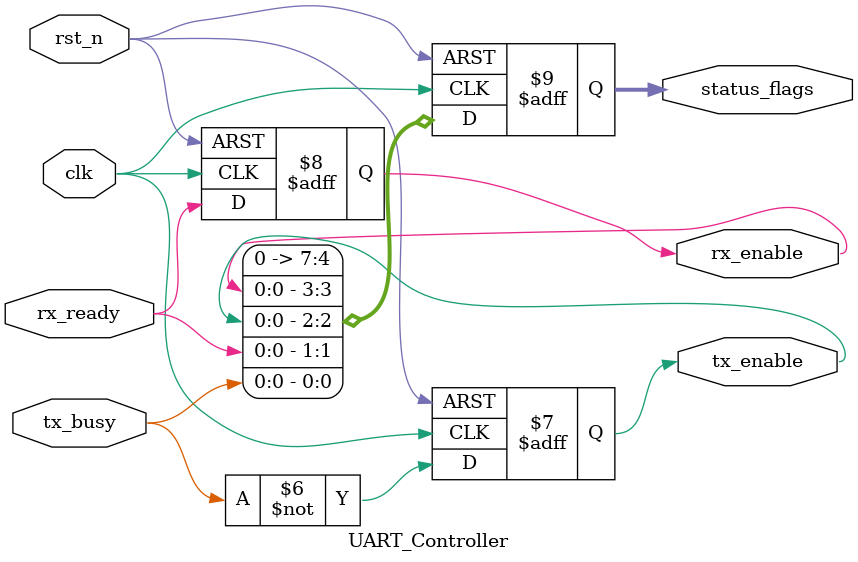
<source format=sv>
module UART_Controller (
    input  logic        clk,
    input  logic        rst_n,
    input  logic        tx_busy,
    input  logic        rx_ready,
    output logic        tx_enable,
    output logic        rx_enable,
    output logic [7:0]  status_flags
);
    logic [7:0] status_next;
    integer i;

    always_ff @(posedge clk or negedge rst_n) begin
        if (!rst_n) begin
            for (i = 0; i < 8; i = i + 1) begin
                status_flags[i] <= 1'b0;
            end
            tx_enable <= 1'b0;
            rx_enable <= 1'b0;
        end else begin
            tx_enable <= ~tx_busy;
            rx_enable <= rx_ready;
            status_next[0] = tx_busy;
            status_next[1] = rx_ready;
            status_next[2] = tx_enable;
            status_next[3] = rx_enable;
            for (i = 4; i < 8; i = i + 1) begin
                status_next[i] = 1'b0;
            end
            for (i = 0; i < 8; i = i + 1) begin
                status_flags[i] <= status_next[i];
            end
        end
    end
endmodule
</source>
